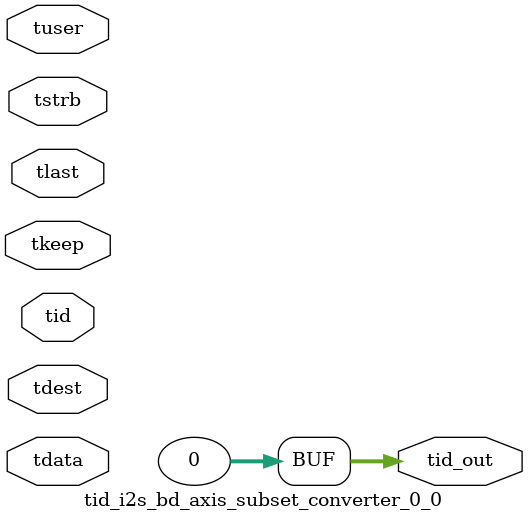
<source format=v>


`timescale 1ps/1ps

module tid_i2s_bd_axis_subset_converter_0_0 #
(
parameter C_S_AXIS_TID_WIDTH   = 1,
parameter C_S_AXIS_TUSER_WIDTH = 0,
parameter C_S_AXIS_TDATA_WIDTH = 0,
parameter C_S_AXIS_TDEST_WIDTH = 0,
parameter C_M_AXIS_TID_WIDTH   = 32
)
(
input  [(C_S_AXIS_TID_WIDTH   == 0 ? 1 : C_S_AXIS_TID_WIDTH)-1:0       ] tid,
input  [(C_S_AXIS_TDATA_WIDTH == 0 ? 1 : C_S_AXIS_TDATA_WIDTH)-1:0     ] tdata,
input  [(C_S_AXIS_TUSER_WIDTH == 0 ? 1 : C_S_AXIS_TUSER_WIDTH)-1:0     ] tuser,
input  [(C_S_AXIS_TDEST_WIDTH == 0 ? 1 : C_S_AXIS_TDEST_WIDTH)-1:0     ] tdest,
input  [(C_S_AXIS_TDATA_WIDTH/8)-1:0 ] tkeep,
input  [(C_S_AXIS_TDATA_WIDTH/8)-1:0 ] tstrb,
input                                                                    tlast,
output [(C_M_AXIS_TID_WIDTH   == 0 ? 1 : C_M_AXIS_TID_WIDTH)-1:0       ] tid_out
);

assign tid_out = {1'b0};

endmodule


</source>
